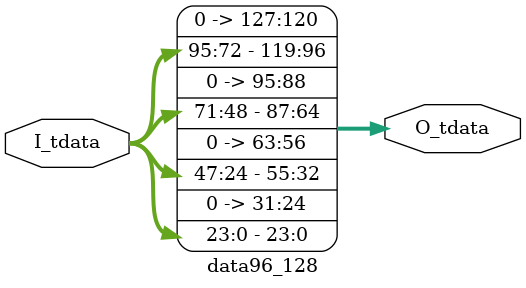
<source format=v>
/*****************************************************************
Company : Nanjing Weiku Robot Technology Co., Ltd.
Brand   : VLKUS
Technical forum:www.uisrc.com
@Author      :   XiaoQingquan 
@Time        :   2024/09/18 
@Description :   
*****************************************************************/

module data96_128 (

    input wire [95:0] I_tdata,

    output wire [127:0] O_tdata

);

  assign O_tdata = {
    {8'd0}, I_tdata[95:72], {8'd0}, I_tdata[71:48], {8'd0}, I_tdata[47:24], {8'd0}, I_tdata[23:0]
  };
endmodule

</source>
